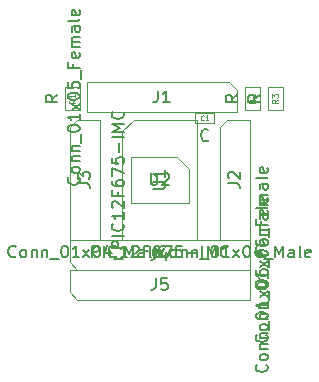
<source format=gbr>
G04 #@! TF.GenerationSoftware,KiCad,Pcbnew,(5.0.0)*
G04 #@! TF.CreationDate,2018-10-21T00:31:13-03:00*
G04 #@! TF.ProjectId,picdev8pin,7069636465763870696E2E6B69636164,rev?*
G04 #@! TF.SameCoordinates,Original*
G04 #@! TF.FileFunction,Other,Fab,Top*
%FSLAX46Y46*%
G04 Gerber Fmt 4.6, Leading zero omitted, Abs format (unit mm)*
G04 Created by KiCad (PCBNEW (5.0.0)) date 10/21/18 00:31:13*
%MOMM*%
%LPD*%
G01*
G04 APERTURE LIST*
%ADD10C,0.100000*%
%ADD11C,0.150000*%
%ADD12C,0.075000*%
G04 APERTURE END LIST*
D10*
G04 #@! TO.C,J1*
X106854001Y-35560000D02*
X107489001Y-36195000D01*
X94789001Y-35560000D02*
X106854001Y-35560000D01*
X94789001Y-38100000D02*
X94789001Y-35560000D01*
X107489001Y-38100000D02*
X94789001Y-38100000D01*
X107489001Y-36195000D02*
X107489001Y-38100000D01*
G04 #@! TO.C,U1*
X102415000Y-41898000D02*
X103415000Y-42898000D01*
X98515000Y-41898000D02*
X102415000Y-41898000D01*
X98515000Y-45798000D02*
X98515000Y-41898000D01*
X103415000Y-45798000D02*
X98515000Y-45798000D01*
X103415000Y-42898000D02*
X103415000Y-45798000D01*
G04 #@! TO.C,U2*
X97790000Y-39735000D02*
X98790000Y-38735000D01*
X97790000Y-48895000D02*
X97790000Y-39735000D01*
X104140000Y-48895000D02*
X97790000Y-48895000D01*
X104140000Y-38735000D02*
X104140000Y-48895000D01*
X98790000Y-38735000D02*
X104140000Y-38735000D01*
G04 #@! TO.C,C1*
X103975000Y-38208000D02*
X105575000Y-38208000D01*
X105575000Y-38208000D02*
X105575000Y-39008000D01*
X105575000Y-39008000D02*
X103975000Y-39008000D01*
X103975000Y-39008000D02*
X103975000Y-38208000D01*
G04 #@! TO.C,J2*
X106680000Y-38735000D02*
X108585000Y-38735000D01*
X108585000Y-38735000D02*
X108585000Y-48895000D01*
X108585000Y-48895000D02*
X106045000Y-48895000D01*
X106045000Y-48895000D02*
X106045000Y-39370000D01*
X106045000Y-39370000D02*
X106680000Y-38735000D01*
G04 #@! TO.C,J3*
X93345000Y-39370000D02*
X93980000Y-38735000D01*
X93345000Y-48895000D02*
X93345000Y-39370000D01*
X95885000Y-48895000D02*
X93345000Y-48895000D01*
X95885000Y-38735000D02*
X95885000Y-48895000D01*
X93980000Y-38735000D02*
X95885000Y-38735000D01*
G04 #@! TO.C,J4*
X93980000Y-51435000D02*
X93345000Y-50800000D01*
X108585000Y-51435000D02*
X93980000Y-51435000D01*
X108585000Y-48895000D02*
X108585000Y-51435000D01*
X93345000Y-48895000D02*
X108585000Y-48895000D01*
X93345000Y-50800000D02*
X93345000Y-48895000D01*
G04 #@! TO.C,J5*
X93980000Y-53975000D02*
X93345000Y-53340000D01*
X108585000Y-53975000D02*
X93980000Y-53975000D01*
X108585000Y-51435000D02*
X108585000Y-53975000D01*
X93345000Y-51435000D02*
X108585000Y-51435000D01*
X93345000Y-53340000D02*
X93345000Y-51435000D01*
G04 #@! TO.C,R1*
X94219000Y-35957000D02*
X94219000Y-37957000D01*
X94219000Y-37957000D02*
X92979000Y-37957000D01*
X92979000Y-37957000D02*
X92979000Y-35957000D01*
X92979000Y-35957000D02*
X94219000Y-35957000D01*
G04 #@! TO.C,R2*
X108219000Y-35957000D02*
X109459000Y-35957000D01*
X108219000Y-37957000D02*
X108219000Y-35957000D01*
X109459000Y-37957000D02*
X108219000Y-37957000D01*
X109459000Y-35957000D02*
X109459000Y-37957000D01*
G04 #@! TO.C,R3*
X111364000Y-35957000D02*
X111364000Y-37957000D01*
X111364000Y-37957000D02*
X110124000Y-37957000D01*
X110124000Y-37957000D02*
X110124000Y-35957000D01*
X110124000Y-35957000D02*
X111364000Y-35957000D01*
G04 #@! TD*
G04 #@! TO.C,J1*
D11*
X94086143Y-43615714D02*
X94133762Y-43663333D01*
X94181381Y-43806190D01*
X94181381Y-43901428D01*
X94133762Y-44044285D01*
X94038524Y-44139523D01*
X93943286Y-44187142D01*
X93752810Y-44234761D01*
X93609953Y-44234761D01*
X93419477Y-44187142D01*
X93324239Y-44139523D01*
X93229001Y-44044285D01*
X93181381Y-43901428D01*
X93181381Y-43806190D01*
X93229001Y-43663333D01*
X93276620Y-43615714D01*
X94181381Y-43044285D02*
X94133762Y-43139523D01*
X94086143Y-43187142D01*
X93990905Y-43234761D01*
X93705191Y-43234761D01*
X93609953Y-43187142D01*
X93562334Y-43139523D01*
X93514715Y-43044285D01*
X93514715Y-42901428D01*
X93562334Y-42806190D01*
X93609953Y-42758571D01*
X93705191Y-42710952D01*
X93990905Y-42710952D01*
X94086143Y-42758571D01*
X94133762Y-42806190D01*
X94181381Y-42901428D01*
X94181381Y-43044285D01*
X93514715Y-42282380D02*
X94181381Y-42282380D01*
X93609953Y-42282380D02*
X93562334Y-42234761D01*
X93514715Y-42139523D01*
X93514715Y-41996666D01*
X93562334Y-41901428D01*
X93657572Y-41853809D01*
X94181381Y-41853809D01*
X93514715Y-41377619D02*
X94181381Y-41377619D01*
X93609953Y-41377619D02*
X93562334Y-41330000D01*
X93514715Y-41234761D01*
X93514715Y-41091904D01*
X93562334Y-40996666D01*
X93657572Y-40949047D01*
X94181381Y-40949047D01*
X94276620Y-40710952D02*
X94276620Y-39949047D01*
X93181381Y-39520476D02*
X93181381Y-39425238D01*
X93229001Y-39330000D01*
X93276620Y-39282380D01*
X93371858Y-39234761D01*
X93562334Y-39187142D01*
X93800429Y-39187142D01*
X93990905Y-39234761D01*
X94086143Y-39282380D01*
X94133762Y-39330000D01*
X94181381Y-39425238D01*
X94181381Y-39520476D01*
X94133762Y-39615714D01*
X94086143Y-39663333D01*
X93990905Y-39710952D01*
X93800429Y-39758571D01*
X93562334Y-39758571D01*
X93371858Y-39710952D01*
X93276620Y-39663333D01*
X93229001Y-39615714D01*
X93181381Y-39520476D01*
X94181381Y-38234761D02*
X94181381Y-38806190D01*
X94181381Y-38520476D02*
X93181381Y-38520476D01*
X93324239Y-38615714D01*
X93419477Y-38710952D01*
X93467096Y-38806190D01*
X94181381Y-37901428D02*
X93514715Y-37377619D01*
X93514715Y-37901428D02*
X94181381Y-37377619D01*
X93181381Y-36806190D02*
X93181381Y-36710952D01*
X93229001Y-36615714D01*
X93276620Y-36568095D01*
X93371858Y-36520476D01*
X93562334Y-36472857D01*
X93800429Y-36472857D01*
X93990905Y-36520476D01*
X94086143Y-36568095D01*
X94133762Y-36615714D01*
X94181381Y-36710952D01*
X94181381Y-36806190D01*
X94133762Y-36901428D01*
X94086143Y-36949047D01*
X93990905Y-36996666D01*
X93800429Y-37044285D01*
X93562334Y-37044285D01*
X93371858Y-36996666D01*
X93276620Y-36949047D01*
X93229001Y-36901428D01*
X93181381Y-36806190D01*
X93181381Y-35568095D02*
X93181381Y-36044285D01*
X93657572Y-36091904D01*
X93609953Y-36044285D01*
X93562334Y-35949047D01*
X93562334Y-35710952D01*
X93609953Y-35615714D01*
X93657572Y-35568095D01*
X93752810Y-35520476D01*
X93990905Y-35520476D01*
X94086143Y-35568095D01*
X94133762Y-35615714D01*
X94181381Y-35710952D01*
X94181381Y-35949047D01*
X94133762Y-36044285D01*
X94086143Y-36091904D01*
X94276620Y-35330000D02*
X94276620Y-34568095D01*
X93657572Y-33996666D02*
X93657572Y-34330000D01*
X94181381Y-34330000D02*
X93181381Y-34330000D01*
X93181381Y-33853809D01*
X94133762Y-33091904D02*
X94181381Y-33187142D01*
X94181381Y-33377619D01*
X94133762Y-33472857D01*
X94038524Y-33520476D01*
X93657572Y-33520476D01*
X93562334Y-33472857D01*
X93514715Y-33377619D01*
X93514715Y-33187142D01*
X93562334Y-33091904D01*
X93657572Y-33044285D01*
X93752810Y-33044285D01*
X93848048Y-33520476D01*
X94181381Y-32615714D02*
X93514715Y-32615714D01*
X93609953Y-32615714D02*
X93562334Y-32568095D01*
X93514715Y-32472857D01*
X93514715Y-32330000D01*
X93562334Y-32234761D01*
X93657572Y-32187142D01*
X94181381Y-32187142D01*
X93657572Y-32187142D02*
X93562334Y-32139523D01*
X93514715Y-32044285D01*
X93514715Y-31901428D01*
X93562334Y-31806190D01*
X93657572Y-31758571D01*
X94181381Y-31758571D01*
X94181381Y-30853809D02*
X93657572Y-30853809D01*
X93562334Y-30901428D01*
X93514715Y-30996666D01*
X93514715Y-31187142D01*
X93562334Y-31282380D01*
X94133762Y-30853809D02*
X94181381Y-30949047D01*
X94181381Y-31187142D01*
X94133762Y-31282380D01*
X94038524Y-31330000D01*
X93943286Y-31330000D01*
X93848048Y-31282380D01*
X93800429Y-31187142D01*
X93800429Y-30949047D01*
X93752810Y-30853809D01*
X94181381Y-30234761D02*
X94133762Y-30330000D01*
X94038524Y-30377619D01*
X93181381Y-30377619D01*
X94133762Y-29472857D02*
X94181381Y-29568095D01*
X94181381Y-29758571D01*
X94133762Y-29853809D01*
X94038524Y-29901428D01*
X93657572Y-29901428D01*
X93562334Y-29853809D01*
X93514715Y-29758571D01*
X93514715Y-29568095D01*
X93562334Y-29472857D01*
X93657572Y-29425238D01*
X93752810Y-29425238D01*
X93848048Y-29901428D01*
X100805667Y-36282380D02*
X100805667Y-36996666D01*
X100758048Y-37139523D01*
X100662810Y-37234761D01*
X100519953Y-37282380D01*
X100424715Y-37282380D01*
X101805667Y-37282380D02*
X101234239Y-37282380D01*
X101519953Y-37282380D02*
X101519953Y-36282380D01*
X101424715Y-36425238D01*
X101329477Y-36520476D01*
X101234239Y-36568095D01*
G04 #@! TO.C,U1*
X97917380Y-49586095D02*
X96917380Y-49586095D01*
X96917380Y-49205142D01*
X96965000Y-49109904D01*
X97012619Y-49062285D01*
X97107857Y-49014666D01*
X97250714Y-49014666D01*
X97345952Y-49062285D01*
X97393571Y-49109904D01*
X97441190Y-49205142D01*
X97441190Y-49586095D01*
X97917380Y-48586095D02*
X96917380Y-48586095D01*
X97822142Y-47538476D02*
X97869761Y-47586095D01*
X97917380Y-47728952D01*
X97917380Y-47824190D01*
X97869761Y-47967047D01*
X97774523Y-48062285D01*
X97679285Y-48109904D01*
X97488809Y-48157523D01*
X97345952Y-48157523D01*
X97155476Y-48109904D01*
X97060238Y-48062285D01*
X96965000Y-47967047D01*
X96917380Y-47824190D01*
X96917380Y-47728952D01*
X96965000Y-47586095D01*
X97012619Y-47538476D01*
X97917380Y-46586095D02*
X97917380Y-47157523D01*
X97917380Y-46871809D02*
X96917380Y-46871809D01*
X97060238Y-46967047D01*
X97155476Y-47062285D01*
X97203095Y-47157523D01*
X97012619Y-46205142D02*
X96965000Y-46157523D01*
X96917380Y-46062285D01*
X96917380Y-45824190D01*
X96965000Y-45728952D01*
X97012619Y-45681333D01*
X97107857Y-45633714D01*
X97203095Y-45633714D01*
X97345952Y-45681333D01*
X97917380Y-46252761D01*
X97917380Y-45633714D01*
X97393571Y-44871809D02*
X97393571Y-45205142D01*
X97917380Y-45205142D02*
X96917380Y-45205142D01*
X96917380Y-44728952D01*
X96917380Y-43919428D02*
X96917380Y-44109904D01*
X96965000Y-44205142D01*
X97012619Y-44252761D01*
X97155476Y-44348000D01*
X97345952Y-44395619D01*
X97726904Y-44395619D01*
X97822142Y-44348000D01*
X97869761Y-44300380D01*
X97917380Y-44205142D01*
X97917380Y-44014666D01*
X97869761Y-43919428D01*
X97822142Y-43871809D01*
X97726904Y-43824190D01*
X97488809Y-43824190D01*
X97393571Y-43871809D01*
X97345952Y-43919428D01*
X97298333Y-44014666D01*
X97298333Y-44205142D01*
X97345952Y-44300380D01*
X97393571Y-44348000D01*
X97488809Y-44395619D01*
X96917380Y-43490857D02*
X96917380Y-42824190D01*
X97917380Y-43252761D01*
X96917380Y-41967047D02*
X96917380Y-42443238D01*
X97393571Y-42490857D01*
X97345952Y-42443238D01*
X97298333Y-42348000D01*
X97298333Y-42109904D01*
X97345952Y-42014666D01*
X97393571Y-41967047D01*
X97488809Y-41919428D01*
X97726904Y-41919428D01*
X97822142Y-41967047D01*
X97869761Y-42014666D01*
X97917380Y-42109904D01*
X97917380Y-42348000D01*
X97869761Y-42443238D01*
X97822142Y-42490857D01*
X97536428Y-41490857D02*
X97536428Y-40728952D01*
X97917380Y-40252761D02*
X96917380Y-40252761D01*
X97917380Y-39776571D02*
X96917380Y-39776571D01*
X97631666Y-39443238D01*
X96917380Y-39109904D01*
X97917380Y-39109904D01*
X97822142Y-38062285D02*
X97869761Y-38109904D01*
X97917380Y-38252761D01*
X97917380Y-38348000D01*
X97869761Y-38490857D01*
X97774523Y-38586095D01*
X97679285Y-38633714D01*
X97488809Y-38681333D01*
X97345952Y-38681333D01*
X97155476Y-38633714D01*
X97060238Y-38586095D01*
X96965000Y-38490857D01*
X96917380Y-38348000D01*
X96917380Y-38252761D01*
X96965000Y-38109904D01*
X97012619Y-38062285D01*
X100417380Y-44609904D02*
X101226904Y-44609904D01*
X101322142Y-44562285D01*
X101369761Y-44514666D01*
X101417380Y-44419428D01*
X101417380Y-44228952D01*
X101369761Y-44133714D01*
X101322142Y-44086095D01*
X101226904Y-44038476D01*
X100417380Y-44038476D01*
X101417380Y-43038476D02*
X101417380Y-43609904D01*
X101417380Y-43324190D02*
X100417380Y-43324190D01*
X100560238Y-43419428D01*
X100655476Y-43514666D01*
X100703095Y-43609904D01*
G04 #@! TO.C,U2*
X95226904Y-50407380D02*
X95226904Y-49407380D01*
X95607857Y-49407380D01*
X95703095Y-49455000D01*
X95750714Y-49502619D01*
X95798333Y-49597857D01*
X95798333Y-49740714D01*
X95750714Y-49835952D01*
X95703095Y-49883571D01*
X95607857Y-49931190D01*
X95226904Y-49931190D01*
X96226904Y-50407380D02*
X96226904Y-49407380D01*
X97274523Y-50312142D02*
X97226904Y-50359761D01*
X97084047Y-50407380D01*
X96988809Y-50407380D01*
X96845952Y-50359761D01*
X96750714Y-50264523D01*
X96703095Y-50169285D01*
X96655476Y-49978809D01*
X96655476Y-49835952D01*
X96703095Y-49645476D01*
X96750714Y-49550238D01*
X96845952Y-49455000D01*
X96988809Y-49407380D01*
X97084047Y-49407380D01*
X97226904Y-49455000D01*
X97274523Y-49502619D01*
X98226904Y-50407380D02*
X97655476Y-50407380D01*
X97941190Y-50407380D02*
X97941190Y-49407380D01*
X97845952Y-49550238D01*
X97750714Y-49645476D01*
X97655476Y-49693095D01*
X98607857Y-49502619D02*
X98655476Y-49455000D01*
X98750714Y-49407380D01*
X98988809Y-49407380D01*
X99084047Y-49455000D01*
X99131666Y-49502619D01*
X99179285Y-49597857D01*
X99179285Y-49693095D01*
X99131666Y-49835952D01*
X98560238Y-50407380D01*
X99179285Y-50407380D01*
X99941190Y-49883571D02*
X99607857Y-49883571D01*
X99607857Y-50407380D02*
X99607857Y-49407380D01*
X100084047Y-49407380D01*
X100893571Y-49407380D02*
X100703095Y-49407380D01*
X100607857Y-49455000D01*
X100560238Y-49502619D01*
X100465000Y-49645476D01*
X100417380Y-49835952D01*
X100417380Y-50216904D01*
X100465000Y-50312142D01*
X100512619Y-50359761D01*
X100607857Y-50407380D01*
X100798333Y-50407380D01*
X100893571Y-50359761D01*
X100941190Y-50312142D01*
X100988809Y-50216904D01*
X100988809Y-49978809D01*
X100941190Y-49883571D01*
X100893571Y-49835952D01*
X100798333Y-49788333D01*
X100607857Y-49788333D01*
X100512619Y-49835952D01*
X100465000Y-49883571D01*
X100417380Y-49978809D01*
X101322142Y-49407380D02*
X101988809Y-49407380D01*
X101560238Y-50407380D01*
X102845952Y-49407380D02*
X102369761Y-49407380D01*
X102322142Y-49883571D01*
X102369761Y-49835952D01*
X102465000Y-49788333D01*
X102703095Y-49788333D01*
X102798333Y-49835952D01*
X102845952Y-49883571D01*
X102893571Y-49978809D01*
X102893571Y-50216904D01*
X102845952Y-50312142D01*
X102798333Y-50359761D01*
X102703095Y-50407380D01*
X102465000Y-50407380D01*
X102369761Y-50359761D01*
X102322142Y-50312142D01*
X103322142Y-50026428D02*
X104084047Y-50026428D01*
X104560238Y-50407380D02*
X104560238Y-49407380D01*
X105036428Y-50407380D02*
X105036428Y-49407380D01*
X105369761Y-50121666D01*
X105703095Y-49407380D01*
X105703095Y-50407380D01*
X106750714Y-50312142D02*
X106703095Y-50359761D01*
X106560238Y-50407380D01*
X106465000Y-50407380D01*
X106322142Y-50359761D01*
X106226904Y-50264523D01*
X106179285Y-50169285D01*
X106131666Y-49978809D01*
X106131666Y-49835952D01*
X106179285Y-49645476D01*
X106226904Y-49550238D01*
X106322142Y-49455000D01*
X106465000Y-49407380D01*
X106560238Y-49407380D01*
X106703095Y-49455000D01*
X106750714Y-49502619D01*
X100203095Y-43267380D02*
X100203095Y-44076904D01*
X100250714Y-44172142D01*
X100298333Y-44219761D01*
X100393571Y-44267380D01*
X100584047Y-44267380D01*
X100679285Y-44219761D01*
X100726904Y-44172142D01*
X100774523Y-44076904D01*
X100774523Y-43267380D01*
X101203095Y-43362619D02*
X101250714Y-43315000D01*
X101345952Y-43267380D01*
X101584047Y-43267380D01*
X101679285Y-43315000D01*
X101726904Y-43362619D01*
X101774523Y-43457857D01*
X101774523Y-43553095D01*
X101726904Y-43695952D01*
X101155476Y-44267380D01*
X101774523Y-44267380D01*
G04 #@! TO.C,C1*
X105084523Y-40465142D02*
X105036904Y-40512761D01*
X104894047Y-40560380D01*
X104798809Y-40560380D01*
X104655952Y-40512761D01*
X104560714Y-40417523D01*
X104513095Y-40322285D01*
X104465476Y-40131809D01*
X104465476Y-39988952D01*
X104513095Y-39798476D01*
X104560714Y-39703238D01*
X104655952Y-39608000D01*
X104798809Y-39560380D01*
X104894047Y-39560380D01*
X105036904Y-39608000D01*
X105084523Y-39655619D01*
D12*
X104708333Y-38750857D02*
X104689285Y-38769904D01*
X104632142Y-38788952D01*
X104594047Y-38788952D01*
X104536904Y-38769904D01*
X104498809Y-38731809D01*
X104479761Y-38693714D01*
X104460714Y-38617523D01*
X104460714Y-38560380D01*
X104479761Y-38484190D01*
X104498809Y-38446095D01*
X104536904Y-38408000D01*
X104594047Y-38388952D01*
X104632142Y-38388952D01*
X104689285Y-38408000D01*
X104708333Y-38427047D01*
X105089285Y-38788952D02*
X104860714Y-38788952D01*
X104975000Y-38788952D02*
X104975000Y-38388952D01*
X104936904Y-38446095D01*
X104898809Y-38484190D01*
X104860714Y-38503238D01*
G04 #@! TO.C,J2*
D11*
X101481666Y-50312142D02*
X101434047Y-50359761D01*
X101291190Y-50407380D01*
X101195952Y-50407380D01*
X101053095Y-50359761D01*
X100957857Y-50264523D01*
X100910238Y-50169285D01*
X100862619Y-49978809D01*
X100862619Y-49835952D01*
X100910238Y-49645476D01*
X100957857Y-49550238D01*
X101053095Y-49455000D01*
X101195952Y-49407380D01*
X101291190Y-49407380D01*
X101434047Y-49455000D01*
X101481666Y-49502619D01*
X102053095Y-50407380D02*
X101957857Y-50359761D01*
X101910238Y-50312142D01*
X101862619Y-50216904D01*
X101862619Y-49931190D01*
X101910238Y-49835952D01*
X101957857Y-49788333D01*
X102053095Y-49740714D01*
X102195952Y-49740714D01*
X102291190Y-49788333D01*
X102338809Y-49835952D01*
X102386428Y-49931190D01*
X102386428Y-50216904D01*
X102338809Y-50312142D01*
X102291190Y-50359761D01*
X102195952Y-50407380D01*
X102053095Y-50407380D01*
X102815000Y-49740714D02*
X102815000Y-50407380D01*
X102815000Y-49835952D02*
X102862619Y-49788333D01*
X102957857Y-49740714D01*
X103100714Y-49740714D01*
X103195952Y-49788333D01*
X103243571Y-49883571D01*
X103243571Y-50407380D01*
X103719761Y-49740714D02*
X103719761Y-50407380D01*
X103719761Y-49835952D02*
X103767380Y-49788333D01*
X103862619Y-49740714D01*
X104005476Y-49740714D01*
X104100714Y-49788333D01*
X104148333Y-49883571D01*
X104148333Y-50407380D01*
X104386428Y-50502619D02*
X105148333Y-50502619D01*
X105576904Y-49407380D02*
X105672142Y-49407380D01*
X105767380Y-49455000D01*
X105815000Y-49502619D01*
X105862619Y-49597857D01*
X105910238Y-49788333D01*
X105910238Y-50026428D01*
X105862619Y-50216904D01*
X105815000Y-50312142D01*
X105767380Y-50359761D01*
X105672142Y-50407380D01*
X105576904Y-50407380D01*
X105481666Y-50359761D01*
X105434047Y-50312142D01*
X105386428Y-50216904D01*
X105338809Y-50026428D01*
X105338809Y-49788333D01*
X105386428Y-49597857D01*
X105434047Y-49502619D01*
X105481666Y-49455000D01*
X105576904Y-49407380D01*
X106862619Y-50407380D02*
X106291190Y-50407380D01*
X106576904Y-50407380D02*
X106576904Y-49407380D01*
X106481666Y-49550238D01*
X106386428Y-49645476D01*
X106291190Y-49693095D01*
X107195952Y-50407380D02*
X107719761Y-49740714D01*
X107195952Y-49740714D02*
X107719761Y-50407380D01*
X108291190Y-49407380D02*
X108386428Y-49407380D01*
X108481666Y-49455000D01*
X108529285Y-49502619D01*
X108576904Y-49597857D01*
X108624523Y-49788333D01*
X108624523Y-50026428D01*
X108576904Y-50216904D01*
X108529285Y-50312142D01*
X108481666Y-50359761D01*
X108386428Y-50407380D01*
X108291190Y-50407380D01*
X108195952Y-50359761D01*
X108148333Y-50312142D01*
X108100714Y-50216904D01*
X108053095Y-50026428D01*
X108053095Y-49788333D01*
X108100714Y-49597857D01*
X108148333Y-49502619D01*
X108195952Y-49455000D01*
X108291190Y-49407380D01*
X109481666Y-49740714D02*
X109481666Y-50407380D01*
X109243571Y-49359761D02*
X109005476Y-50074047D01*
X109624523Y-50074047D01*
X109767380Y-50502619D02*
X110529285Y-50502619D01*
X110767380Y-50407380D02*
X110767380Y-49407380D01*
X111100714Y-50121666D01*
X111434047Y-49407380D01*
X111434047Y-50407380D01*
X112338809Y-50407380D02*
X112338809Y-49883571D01*
X112291190Y-49788333D01*
X112195952Y-49740714D01*
X112005476Y-49740714D01*
X111910238Y-49788333D01*
X112338809Y-50359761D02*
X112243571Y-50407380D01*
X112005476Y-50407380D01*
X111910238Y-50359761D01*
X111862619Y-50264523D01*
X111862619Y-50169285D01*
X111910238Y-50074047D01*
X112005476Y-50026428D01*
X112243571Y-50026428D01*
X112338809Y-49978809D01*
X112957857Y-50407380D02*
X112862619Y-50359761D01*
X112815000Y-50264523D01*
X112815000Y-49407380D01*
X113719761Y-50359761D02*
X113624523Y-50407380D01*
X113434047Y-50407380D01*
X113338809Y-50359761D01*
X113291190Y-50264523D01*
X113291190Y-49883571D01*
X113338809Y-49788333D01*
X113434047Y-49740714D01*
X113624523Y-49740714D01*
X113719761Y-49788333D01*
X113767380Y-49883571D01*
X113767380Y-49978809D01*
X113291190Y-50074047D01*
X106767380Y-44148333D02*
X107481666Y-44148333D01*
X107624523Y-44195952D01*
X107719761Y-44291190D01*
X107767380Y-44434047D01*
X107767380Y-44529285D01*
X106862619Y-43719761D02*
X106815000Y-43672142D01*
X106767380Y-43576904D01*
X106767380Y-43338809D01*
X106815000Y-43243571D01*
X106862619Y-43195952D01*
X106957857Y-43148333D01*
X107053095Y-43148333D01*
X107195952Y-43195952D01*
X107767380Y-43767380D01*
X107767380Y-43148333D01*
G04 #@! TO.C,J3*
X88781666Y-50312142D02*
X88734047Y-50359761D01*
X88591190Y-50407380D01*
X88495952Y-50407380D01*
X88353095Y-50359761D01*
X88257857Y-50264523D01*
X88210238Y-50169285D01*
X88162619Y-49978809D01*
X88162619Y-49835952D01*
X88210238Y-49645476D01*
X88257857Y-49550238D01*
X88353095Y-49455000D01*
X88495952Y-49407380D01*
X88591190Y-49407380D01*
X88734047Y-49455000D01*
X88781666Y-49502619D01*
X89353095Y-50407380D02*
X89257857Y-50359761D01*
X89210238Y-50312142D01*
X89162619Y-50216904D01*
X89162619Y-49931190D01*
X89210238Y-49835952D01*
X89257857Y-49788333D01*
X89353095Y-49740714D01*
X89495952Y-49740714D01*
X89591190Y-49788333D01*
X89638809Y-49835952D01*
X89686428Y-49931190D01*
X89686428Y-50216904D01*
X89638809Y-50312142D01*
X89591190Y-50359761D01*
X89495952Y-50407380D01*
X89353095Y-50407380D01*
X90115000Y-49740714D02*
X90115000Y-50407380D01*
X90115000Y-49835952D02*
X90162619Y-49788333D01*
X90257857Y-49740714D01*
X90400714Y-49740714D01*
X90495952Y-49788333D01*
X90543571Y-49883571D01*
X90543571Y-50407380D01*
X91019761Y-49740714D02*
X91019761Y-50407380D01*
X91019761Y-49835952D02*
X91067380Y-49788333D01*
X91162619Y-49740714D01*
X91305476Y-49740714D01*
X91400714Y-49788333D01*
X91448333Y-49883571D01*
X91448333Y-50407380D01*
X91686428Y-50502619D02*
X92448333Y-50502619D01*
X92876904Y-49407380D02*
X92972142Y-49407380D01*
X93067380Y-49455000D01*
X93115000Y-49502619D01*
X93162619Y-49597857D01*
X93210238Y-49788333D01*
X93210238Y-50026428D01*
X93162619Y-50216904D01*
X93115000Y-50312142D01*
X93067380Y-50359761D01*
X92972142Y-50407380D01*
X92876904Y-50407380D01*
X92781666Y-50359761D01*
X92734047Y-50312142D01*
X92686428Y-50216904D01*
X92638809Y-50026428D01*
X92638809Y-49788333D01*
X92686428Y-49597857D01*
X92734047Y-49502619D01*
X92781666Y-49455000D01*
X92876904Y-49407380D01*
X94162619Y-50407380D02*
X93591190Y-50407380D01*
X93876904Y-50407380D02*
X93876904Y-49407380D01*
X93781666Y-49550238D01*
X93686428Y-49645476D01*
X93591190Y-49693095D01*
X94495952Y-50407380D02*
X95019761Y-49740714D01*
X94495952Y-49740714D02*
X95019761Y-50407380D01*
X95591190Y-49407380D02*
X95686428Y-49407380D01*
X95781666Y-49455000D01*
X95829285Y-49502619D01*
X95876904Y-49597857D01*
X95924523Y-49788333D01*
X95924523Y-50026428D01*
X95876904Y-50216904D01*
X95829285Y-50312142D01*
X95781666Y-50359761D01*
X95686428Y-50407380D01*
X95591190Y-50407380D01*
X95495952Y-50359761D01*
X95448333Y-50312142D01*
X95400714Y-50216904D01*
X95353095Y-50026428D01*
X95353095Y-49788333D01*
X95400714Y-49597857D01*
X95448333Y-49502619D01*
X95495952Y-49455000D01*
X95591190Y-49407380D01*
X96781666Y-49740714D02*
X96781666Y-50407380D01*
X96543571Y-49359761D02*
X96305476Y-50074047D01*
X96924523Y-50074047D01*
X97067380Y-50502619D02*
X97829285Y-50502619D01*
X98067380Y-50407380D02*
X98067380Y-49407380D01*
X98400714Y-50121666D01*
X98734047Y-49407380D01*
X98734047Y-50407380D01*
X99638809Y-50407380D02*
X99638809Y-49883571D01*
X99591190Y-49788333D01*
X99495952Y-49740714D01*
X99305476Y-49740714D01*
X99210238Y-49788333D01*
X99638809Y-50359761D02*
X99543571Y-50407380D01*
X99305476Y-50407380D01*
X99210238Y-50359761D01*
X99162619Y-50264523D01*
X99162619Y-50169285D01*
X99210238Y-50074047D01*
X99305476Y-50026428D01*
X99543571Y-50026428D01*
X99638809Y-49978809D01*
X100257857Y-50407380D02*
X100162619Y-50359761D01*
X100115000Y-50264523D01*
X100115000Y-49407380D01*
X101019761Y-50359761D02*
X100924523Y-50407380D01*
X100734047Y-50407380D01*
X100638809Y-50359761D01*
X100591190Y-50264523D01*
X100591190Y-49883571D01*
X100638809Y-49788333D01*
X100734047Y-49740714D01*
X100924523Y-49740714D01*
X101019761Y-49788333D01*
X101067380Y-49883571D01*
X101067380Y-49978809D01*
X100591190Y-50074047D01*
X94067380Y-44148333D02*
X94781666Y-44148333D01*
X94924523Y-44195952D01*
X95019761Y-44291190D01*
X95067380Y-44434047D01*
X95067380Y-44529285D01*
X94067380Y-43767380D02*
X94067380Y-43148333D01*
X94448333Y-43481666D01*
X94448333Y-43338809D01*
X94495952Y-43243571D01*
X94543571Y-43195952D01*
X94638809Y-43148333D01*
X94876904Y-43148333D01*
X94972142Y-43195952D01*
X95019761Y-43243571D01*
X95067380Y-43338809D01*
X95067380Y-43624523D01*
X95019761Y-43719761D01*
X94972142Y-43767380D01*
G04 #@! TO.C,J4*
X110002142Y-56950714D02*
X110049761Y-56998333D01*
X110097380Y-57141190D01*
X110097380Y-57236428D01*
X110049761Y-57379285D01*
X109954523Y-57474523D01*
X109859285Y-57522142D01*
X109668809Y-57569761D01*
X109525952Y-57569761D01*
X109335476Y-57522142D01*
X109240238Y-57474523D01*
X109145000Y-57379285D01*
X109097380Y-57236428D01*
X109097380Y-57141190D01*
X109145000Y-56998333D01*
X109192619Y-56950714D01*
X110097380Y-56379285D02*
X110049761Y-56474523D01*
X110002142Y-56522142D01*
X109906904Y-56569761D01*
X109621190Y-56569761D01*
X109525952Y-56522142D01*
X109478333Y-56474523D01*
X109430714Y-56379285D01*
X109430714Y-56236428D01*
X109478333Y-56141190D01*
X109525952Y-56093571D01*
X109621190Y-56045952D01*
X109906904Y-56045952D01*
X110002142Y-56093571D01*
X110049761Y-56141190D01*
X110097380Y-56236428D01*
X110097380Y-56379285D01*
X109430714Y-55617380D02*
X110097380Y-55617380D01*
X109525952Y-55617380D02*
X109478333Y-55569761D01*
X109430714Y-55474523D01*
X109430714Y-55331666D01*
X109478333Y-55236428D01*
X109573571Y-55188809D01*
X110097380Y-55188809D01*
X109430714Y-54712619D02*
X110097380Y-54712619D01*
X109525952Y-54712619D02*
X109478333Y-54665000D01*
X109430714Y-54569761D01*
X109430714Y-54426904D01*
X109478333Y-54331666D01*
X109573571Y-54284047D01*
X110097380Y-54284047D01*
X110192619Y-54045952D02*
X110192619Y-53284047D01*
X109097380Y-52855476D02*
X109097380Y-52760238D01*
X109145000Y-52665000D01*
X109192619Y-52617380D01*
X109287857Y-52569761D01*
X109478333Y-52522142D01*
X109716428Y-52522142D01*
X109906904Y-52569761D01*
X110002142Y-52617380D01*
X110049761Y-52665000D01*
X110097380Y-52760238D01*
X110097380Y-52855476D01*
X110049761Y-52950714D01*
X110002142Y-52998333D01*
X109906904Y-53045952D01*
X109716428Y-53093571D01*
X109478333Y-53093571D01*
X109287857Y-53045952D01*
X109192619Y-52998333D01*
X109145000Y-52950714D01*
X109097380Y-52855476D01*
X110097380Y-51569761D02*
X110097380Y-52141190D01*
X110097380Y-51855476D02*
X109097380Y-51855476D01*
X109240238Y-51950714D01*
X109335476Y-52045952D01*
X109383095Y-52141190D01*
X110097380Y-51236428D02*
X109430714Y-50712619D01*
X109430714Y-51236428D02*
X110097380Y-50712619D01*
X109097380Y-50141190D02*
X109097380Y-50045952D01*
X109145000Y-49950714D01*
X109192619Y-49903095D01*
X109287857Y-49855476D01*
X109478333Y-49807857D01*
X109716428Y-49807857D01*
X109906904Y-49855476D01*
X110002142Y-49903095D01*
X110049761Y-49950714D01*
X110097380Y-50045952D01*
X110097380Y-50141190D01*
X110049761Y-50236428D01*
X110002142Y-50284047D01*
X109906904Y-50331666D01*
X109716428Y-50379285D01*
X109478333Y-50379285D01*
X109287857Y-50331666D01*
X109192619Y-50284047D01*
X109145000Y-50236428D01*
X109097380Y-50141190D01*
X109097380Y-48950714D02*
X109097380Y-49141190D01*
X109145000Y-49236428D01*
X109192619Y-49284047D01*
X109335476Y-49379285D01*
X109525952Y-49426904D01*
X109906904Y-49426904D01*
X110002142Y-49379285D01*
X110049761Y-49331666D01*
X110097380Y-49236428D01*
X110097380Y-49045952D01*
X110049761Y-48950714D01*
X110002142Y-48903095D01*
X109906904Y-48855476D01*
X109668809Y-48855476D01*
X109573571Y-48903095D01*
X109525952Y-48950714D01*
X109478333Y-49045952D01*
X109478333Y-49236428D01*
X109525952Y-49331666D01*
X109573571Y-49379285D01*
X109668809Y-49426904D01*
X110192619Y-48665000D02*
X110192619Y-47903095D01*
X109573571Y-47331666D02*
X109573571Y-47665000D01*
X110097380Y-47665000D02*
X109097380Y-47665000D01*
X109097380Y-47188809D01*
X110049761Y-46426904D02*
X110097380Y-46522142D01*
X110097380Y-46712619D01*
X110049761Y-46807857D01*
X109954523Y-46855476D01*
X109573571Y-46855476D01*
X109478333Y-46807857D01*
X109430714Y-46712619D01*
X109430714Y-46522142D01*
X109478333Y-46426904D01*
X109573571Y-46379285D01*
X109668809Y-46379285D01*
X109764047Y-46855476D01*
X110097380Y-45950714D02*
X109430714Y-45950714D01*
X109525952Y-45950714D02*
X109478333Y-45903095D01*
X109430714Y-45807857D01*
X109430714Y-45665000D01*
X109478333Y-45569761D01*
X109573571Y-45522142D01*
X110097380Y-45522142D01*
X109573571Y-45522142D02*
X109478333Y-45474523D01*
X109430714Y-45379285D01*
X109430714Y-45236428D01*
X109478333Y-45141190D01*
X109573571Y-45093571D01*
X110097380Y-45093571D01*
X110097380Y-44188809D02*
X109573571Y-44188809D01*
X109478333Y-44236428D01*
X109430714Y-44331666D01*
X109430714Y-44522142D01*
X109478333Y-44617380D01*
X110049761Y-44188809D02*
X110097380Y-44284047D01*
X110097380Y-44522142D01*
X110049761Y-44617380D01*
X109954523Y-44665000D01*
X109859285Y-44665000D01*
X109764047Y-44617380D01*
X109716428Y-44522142D01*
X109716428Y-44284047D01*
X109668809Y-44188809D01*
X110097380Y-43569761D02*
X110049761Y-43665000D01*
X109954523Y-43712619D01*
X109097380Y-43712619D01*
X110049761Y-42807857D02*
X110097380Y-42903095D01*
X110097380Y-43093571D01*
X110049761Y-43188809D01*
X109954523Y-43236428D01*
X109573571Y-43236428D01*
X109478333Y-43188809D01*
X109430714Y-43093571D01*
X109430714Y-42903095D01*
X109478333Y-42807857D01*
X109573571Y-42760238D01*
X109668809Y-42760238D01*
X109764047Y-43236428D01*
X100631666Y-49617380D02*
X100631666Y-50331666D01*
X100584047Y-50474523D01*
X100488809Y-50569761D01*
X100345952Y-50617380D01*
X100250714Y-50617380D01*
X101536428Y-49950714D02*
X101536428Y-50617380D01*
X101298333Y-49569761D02*
X101060238Y-50284047D01*
X101679285Y-50284047D01*
G04 #@! TO.C,J5*
X110002142Y-59490714D02*
X110049761Y-59538333D01*
X110097380Y-59681190D01*
X110097380Y-59776428D01*
X110049761Y-59919285D01*
X109954523Y-60014523D01*
X109859285Y-60062142D01*
X109668809Y-60109761D01*
X109525952Y-60109761D01*
X109335476Y-60062142D01*
X109240238Y-60014523D01*
X109145000Y-59919285D01*
X109097380Y-59776428D01*
X109097380Y-59681190D01*
X109145000Y-59538333D01*
X109192619Y-59490714D01*
X110097380Y-58919285D02*
X110049761Y-59014523D01*
X110002142Y-59062142D01*
X109906904Y-59109761D01*
X109621190Y-59109761D01*
X109525952Y-59062142D01*
X109478333Y-59014523D01*
X109430714Y-58919285D01*
X109430714Y-58776428D01*
X109478333Y-58681190D01*
X109525952Y-58633571D01*
X109621190Y-58585952D01*
X109906904Y-58585952D01*
X110002142Y-58633571D01*
X110049761Y-58681190D01*
X110097380Y-58776428D01*
X110097380Y-58919285D01*
X109430714Y-58157380D02*
X110097380Y-58157380D01*
X109525952Y-58157380D02*
X109478333Y-58109761D01*
X109430714Y-58014523D01*
X109430714Y-57871666D01*
X109478333Y-57776428D01*
X109573571Y-57728809D01*
X110097380Y-57728809D01*
X109430714Y-57252619D02*
X110097380Y-57252619D01*
X109525952Y-57252619D02*
X109478333Y-57205000D01*
X109430714Y-57109761D01*
X109430714Y-56966904D01*
X109478333Y-56871666D01*
X109573571Y-56824047D01*
X110097380Y-56824047D01*
X110192619Y-56585952D02*
X110192619Y-55824047D01*
X109097380Y-55395476D02*
X109097380Y-55300238D01*
X109145000Y-55205000D01*
X109192619Y-55157380D01*
X109287857Y-55109761D01*
X109478333Y-55062142D01*
X109716428Y-55062142D01*
X109906904Y-55109761D01*
X110002142Y-55157380D01*
X110049761Y-55205000D01*
X110097380Y-55300238D01*
X110097380Y-55395476D01*
X110049761Y-55490714D01*
X110002142Y-55538333D01*
X109906904Y-55585952D01*
X109716428Y-55633571D01*
X109478333Y-55633571D01*
X109287857Y-55585952D01*
X109192619Y-55538333D01*
X109145000Y-55490714D01*
X109097380Y-55395476D01*
X110097380Y-54109761D02*
X110097380Y-54681190D01*
X110097380Y-54395476D02*
X109097380Y-54395476D01*
X109240238Y-54490714D01*
X109335476Y-54585952D01*
X109383095Y-54681190D01*
X110097380Y-53776428D02*
X109430714Y-53252619D01*
X109430714Y-53776428D02*
X110097380Y-53252619D01*
X109097380Y-52681190D02*
X109097380Y-52585952D01*
X109145000Y-52490714D01*
X109192619Y-52443095D01*
X109287857Y-52395476D01*
X109478333Y-52347857D01*
X109716428Y-52347857D01*
X109906904Y-52395476D01*
X110002142Y-52443095D01*
X110049761Y-52490714D01*
X110097380Y-52585952D01*
X110097380Y-52681190D01*
X110049761Y-52776428D01*
X110002142Y-52824047D01*
X109906904Y-52871666D01*
X109716428Y-52919285D01*
X109478333Y-52919285D01*
X109287857Y-52871666D01*
X109192619Y-52824047D01*
X109145000Y-52776428D01*
X109097380Y-52681190D01*
X109097380Y-51490714D02*
X109097380Y-51681190D01*
X109145000Y-51776428D01*
X109192619Y-51824047D01*
X109335476Y-51919285D01*
X109525952Y-51966904D01*
X109906904Y-51966904D01*
X110002142Y-51919285D01*
X110049761Y-51871666D01*
X110097380Y-51776428D01*
X110097380Y-51585952D01*
X110049761Y-51490714D01*
X110002142Y-51443095D01*
X109906904Y-51395476D01*
X109668809Y-51395476D01*
X109573571Y-51443095D01*
X109525952Y-51490714D01*
X109478333Y-51585952D01*
X109478333Y-51776428D01*
X109525952Y-51871666D01*
X109573571Y-51919285D01*
X109668809Y-51966904D01*
X110192619Y-51205000D02*
X110192619Y-50443095D01*
X109573571Y-49871666D02*
X109573571Y-50205000D01*
X110097380Y-50205000D02*
X109097380Y-50205000D01*
X109097380Y-49728809D01*
X110049761Y-48966904D02*
X110097380Y-49062142D01*
X110097380Y-49252619D01*
X110049761Y-49347857D01*
X109954523Y-49395476D01*
X109573571Y-49395476D01*
X109478333Y-49347857D01*
X109430714Y-49252619D01*
X109430714Y-49062142D01*
X109478333Y-48966904D01*
X109573571Y-48919285D01*
X109668809Y-48919285D01*
X109764047Y-49395476D01*
X110097380Y-48490714D02*
X109430714Y-48490714D01*
X109525952Y-48490714D02*
X109478333Y-48443095D01*
X109430714Y-48347857D01*
X109430714Y-48205000D01*
X109478333Y-48109761D01*
X109573571Y-48062142D01*
X110097380Y-48062142D01*
X109573571Y-48062142D02*
X109478333Y-48014523D01*
X109430714Y-47919285D01*
X109430714Y-47776428D01*
X109478333Y-47681190D01*
X109573571Y-47633571D01*
X110097380Y-47633571D01*
X110097380Y-46728809D02*
X109573571Y-46728809D01*
X109478333Y-46776428D01*
X109430714Y-46871666D01*
X109430714Y-47062142D01*
X109478333Y-47157380D01*
X110049761Y-46728809D02*
X110097380Y-46824047D01*
X110097380Y-47062142D01*
X110049761Y-47157380D01*
X109954523Y-47205000D01*
X109859285Y-47205000D01*
X109764047Y-47157380D01*
X109716428Y-47062142D01*
X109716428Y-46824047D01*
X109668809Y-46728809D01*
X110097380Y-46109761D02*
X110049761Y-46205000D01*
X109954523Y-46252619D01*
X109097380Y-46252619D01*
X110049761Y-45347857D02*
X110097380Y-45443095D01*
X110097380Y-45633571D01*
X110049761Y-45728809D01*
X109954523Y-45776428D01*
X109573571Y-45776428D01*
X109478333Y-45728809D01*
X109430714Y-45633571D01*
X109430714Y-45443095D01*
X109478333Y-45347857D01*
X109573571Y-45300238D01*
X109668809Y-45300238D01*
X109764047Y-45776428D01*
X100631666Y-52157380D02*
X100631666Y-52871666D01*
X100584047Y-53014523D01*
X100488809Y-53109761D01*
X100345952Y-53157380D01*
X100250714Y-53157380D01*
X101584047Y-52157380D02*
X101107857Y-52157380D01*
X101060238Y-52633571D01*
X101107857Y-52585952D01*
X101203095Y-52538333D01*
X101441190Y-52538333D01*
X101536428Y-52585952D01*
X101584047Y-52633571D01*
X101631666Y-52728809D01*
X101631666Y-52966904D01*
X101584047Y-53062142D01*
X101536428Y-53109761D01*
X101441190Y-53157380D01*
X101203095Y-53157380D01*
X101107857Y-53109761D01*
X101060238Y-53062142D01*
G04 #@! TO.C,R1*
X92301380Y-36647476D02*
X91825190Y-36980809D01*
X92301380Y-37218904D02*
X91301380Y-37218904D01*
X91301380Y-36837952D01*
X91349000Y-36742714D01*
X91396619Y-36695095D01*
X91491857Y-36647476D01*
X91634714Y-36647476D01*
X91729952Y-36695095D01*
X91777571Y-36742714D01*
X91825190Y-36837952D01*
X91825190Y-37218904D01*
D12*
X93825190Y-37040333D02*
X93587095Y-37207000D01*
X93825190Y-37326047D02*
X93325190Y-37326047D01*
X93325190Y-37135571D01*
X93349000Y-37087952D01*
X93372809Y-37064142D01*
X93420428Y-37040333D01*
X93491857Y-37040333D01*
X93539476Y-37064142D01*
X93563285Y-37087952D01*
X93587095Y-37135571D01*
X93587095Y-37326047D01*
X93825190Y-36564142D02*
X93825190Y-36849857D01*
X93825190Y-36707000D02*
X93325190Y-36707000D01*
X93396619Y-36754619D01*
X93444238Y-36802238D01*
X93468047Y-36849857D01*
G04 #@! TO.C,R2*
D11*
X107541380Y-36647476D02*
X107065190Y-36980809D01*
X107541380Y-37218904D02*
X106541380Y-37218904D01*
X106541380Y-36837952D01*
X106589000Y-36742714D01*
X106636619Y-36695095D01*
X106731857Y-36647476D01*
X106874714Y-36647476D01*
X106969952Y-36695095D01*
X107017571Y-36742714D01*
X107065190Y-36837952D01*
X107065190Y-37218904D01*
D12*
X109065190Y-37040333D02*
X108827095Y-37207000D01*
X109065190Y-37326047D02*
X108565190Y-37326047D01*
X108565190Y-37135571D01*
X108589000Y-37087952D01*
X108612809Y-37064142D01*
X108660428Y-37040333D01*
X108731857Y-37040333D01*
X108779476Y-37064142D01*
X108803285Y-37087952D01*
X108827095Y-37135571D01*
X108827095Y-37326047D01*
X108612809Y-36849857D02*
X108589000Y-36826047D01*
X108565190Y-36778428D01*
X108565190Y-36659380D01*
X108589000Y-36611761D01*
X108612809Y-36587952D01*
X108660428Y-36564142D01*
X108708047Y-36564142D01*
X108779476Y-36587952D01*
X109065190Y-36873666D01*
X109065190Y-36564142D01*
G04 #@! TO.C,R3*
D11*
X109446380Y-36647476D02*
X108970190Y-36980809D01*
X109446380Y-37218904D02*
X108446380Y-37218904D01*
X108446380Y-36837952D01*
X108494000Y-36742714D01*
X108541619Y-36695095D01*
X108636857Y-36647476D01*
X108779714Y-36647476D01*
X108874952Y-36695095D01*
X108922571Y-36742714D01*
X108970190Y-36837952D01*
X108970190Y-37218904D01*
D12*
X110970190Y-37040333D02*
X110732095Y-37207000D01*
X110970190Y-37326047D02*
X110470190Y-37326047D01*
X110470190Y-37135571D01*
X110494000Y-37087952D01*
X110517809Y-37064142D01*
X110565428Y-37040333D01*
X110636857Y-37040333D01*
X110684476Y-37064142D01*
X110708285Y-37087952D01*
X110732095Y-37135571D01*
X110732095Y-37326047D01*
X110470190Y-36873666D02*
X110470190Y-36564142D01*
X110660666Y-36730809D01*
X110660666Y-36659380D01*
X110684476Y-36611761D01*
X110708285Y-36587952D01*
X110755904Y-36564142D01*
X110874952Y-36564142D01*
X110922571Y-36587952D01*
X110946380Y-36611761D01*
X110970190Y-36659380D01*
X110970190Y-36802238D01*
X110946380Y-36849857D01*
X110922571Y-36873666D01*
G04 #@! TD*
M02*

</source>
